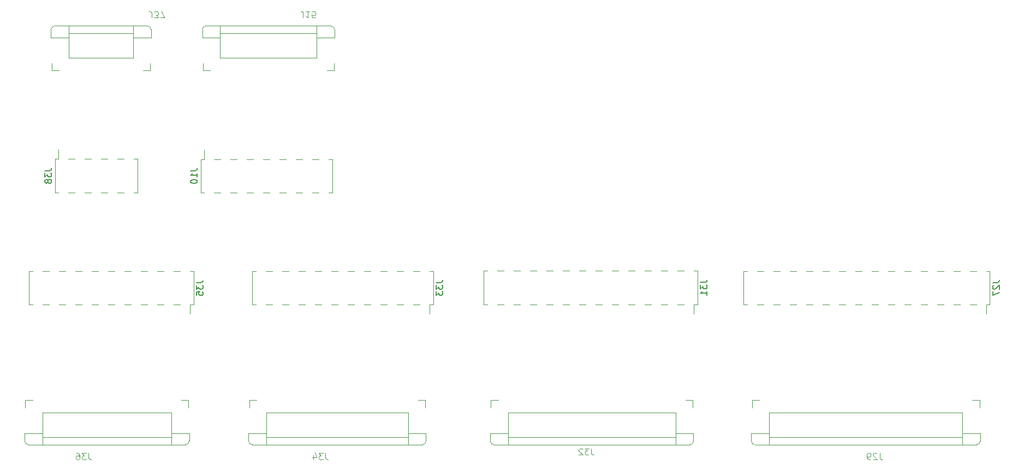
<source format=gbo>
G04 #@! TF.GenerationSoftware,KiCad,Pcbnew,8.0.3*
G04 #@! TF.CreationDate,2025-06-28T13:49:22+03:00*
G04 #@! TF.ProjectId,Camera_Expansion_Board_V2.0,43616d65-7261-45f4-9578-70616e73696f,rev?*
G04 #@! TF.SameCoordinates,Original*
G04 #@! TF.FileFunction,Legend,Bot*
G04 #@! TF.FilePolarity,Positive*
%FSLAX46Y46*%
G04 Gerber Fmt 4.6, Leading zero omitted, Abs format (unit mm)*
G04 Created by KiCad (PCBNEW 8.0.3) date 2025-06-28 13:49:22*
%MOMM*%
%LPD*%
G01*
G04 APERTURE LIST*
%ADD10C,0.100000*%
%ADD11C,0.150000*%
%ADD12C,0.120000*%
%ADD13C,2.500000*%
%ADD14R,1.700000X1.700000*%
%ADD15O,1.700000X1.700000*%
%ADD16R,0.600000X1.800000*%
%ADD17R,2.600000X3.000000*%
%ADD18R,1.000000X3.150000*%
G04 APERTURE END LIST*
D10*
X96794226Y-57911330D02*
X96794226Y-57197045D01*
X96794226Y-57197045D02*
X96746607Y-57054188D01*
X96746607Y-57054188D02*
X96651369Y-56958950D01*
X96651369Y-56958950D02*
X96508512Y-56911330D01*
X96508512Y-56911330D02*
X96413274Y-56911330D01*
X97175179Y-57911330D02*
X97794226Y-57911330D01*
X97794226Y-57911330D02*
X97460893Y-57530378D01*
X97460893Y-57530378D02*
X97603750Y-57530378D01*
X97603750Y-57530378D02*
X97698988Y-57482759D01*
X97698988Y-57482759D02*
X97746607Y-57435140D01*
X97746607Y-57435140D02*
X97794226Y-57339902D01*
X97794226Y-57339902D02*
X97794226Y-57101807D01*
X97794226Y-57101807D02*
X97746607Y-57006569D01*
X97746607Y-57006569D02*
X97698988Y-56958950D01*
X97698988Y-56958950D02*
X97603750Y-56911330D01*
X97603750Y-56911330D02*
X97318036Y-56911330D01*
X97318036Y-56911330D02*
X97222798Y-56958950D01*
X97222798Y-56958950D02*
X97175179Y-57006569D01*
X98127560Y-57911330D02*
X98794226Y-57911330D01*
X98794226Y-57911330D02*
X98365655Y-56911330D01*
D11*
X181918569Y-98976726D02*
X182632854Y-98976726D01*
X182632854Y-98976726D02*
X182775711Y-98929107D01*
X182775711Y-98929107D02*
X182870950Y-98833869D01*
X182870950Y-98833869D02*
X182918569Y-98691012D01*
X182918569Y-98691012D02*
X182918569Y-98595774D01*
X181918569Y-99357679D02*
X181918569Y-99976726D01*
X181918569Y-99976726D02*
X182299521Y-99643393D01*
X182299521Y-99643393D02*
X182299521Y-99786250D01*
X182299521Y-99786250D02*
X182347140Y-99881488D01*
X182347140Y-99881488D02*
X182394759Y-99929107D01*
X182394759Y-99929107D02*
X182489997Y-99976726D01*
X182489997Y-99976726D02*
X182728092Y-99976726D01*
X182728092Y-99976726D02*
X182823330Y-99929107D01*
X182823330Y-99929107D02*
X182870950Y-99881488D01*
X182870950Y-99881488D02*
X182918569Y-99786250D01*
X182918569Y-99786250D02*
X182918569Y-99500536D01*
X182918569Y-99500536D02*
X182870950Y-99405298D01*
X182870950Y-99405298D02*
X182823330Y-99357679D01*
X182918569Y-100929107D02*
X182918569Y-100357679D01*
X182918569Y-100643393D02*
X181918569Y-100643393D01*
X181918569Y-100643393D02*
X182061426Y-100548155D01*
X182061426Y-100548155D02*
X182156664Y-100452917D01*
X182156664Y-100452917D02*
X182204283Y-100357679D01*
D10*
X120264226Y-57911330D02*
X120264226Y-57197045D01*
X120264226Y-57197045D02*
X120216607Y-57054188D01*
X120216607Y-57054188D02*
X120121369Y-56958950D01*
X120121369Y-56958950D02*
X119978512Y-56911330D01*
X119978512Y-56911330D02*
X119883274Y-56911330D01*
X121264226Y-56911330D02*
X120692798Y-56911330D01*
X120978512Y-56911330D02*
X120978512Y-57911330D01*
X120978512Y-57911330D02*
X120883274Y-57768473D01*
X120883274Y-57768473D02*
X120788036Y-57673235D01*
X120788036Y-57673235D02*
X120692798Y-57625616D01*
X122168988Y-57911330D02*
X121692798Y-57911330D01*
X121692798Y-57911330D02*
X121645179Y-57435140D01*
X121645179Y-57435140D02*
X121692798Y-57482759D01*
X121692798Y-57482759D02*
X121788036Y-57530378D01*
X121788036Y-57530378D02*
X122026131Y-57530378D01*
X122026131Y-57530378D02*
X122121369Y-57482759D01*
X122121369Y-57482759D02*
X122168988Y-57435140D01*
X122168988Y-57435140D02*
X122216607Y-57339902D01*
X122216607Y-57339902D02*
X122216607Y-57101807D01*
X122216607Y-57101807D02*
X122168988Y-57006569D01*
X122168988Y-57006569D02*
X122121369Y-56958950D01*
X122121369Y-56958950D02*
X122026131Y-56911330D01*
X122026131Y-56911330D02*
X121788036Y-56911330D01*
X121788036Y-56911330D02*
X121692798Y-56958950D01*
X121692798Y-56958950D02*
X121645179Y-57006569D01*
X87003273Y-125441169D02*
X87003273Y-126155454D01*
X87003273Y-126155454D02*
X87050892Y-126298311D01*
X87050892Y-126298311D02*
X87146130Y-126393550D01*
X87146130Y-126393550D02*
X87288987Y-126441169D01*
X87288987Y-126441169D02*
X87384225Y-126441169D01*
X86622320Y-125441169D02*
X86003273Y-125441169D01*
X86003273Y-125441169D02*
X86336606Y-125822121D01*
X86336606Y-125822121D02*
X86193749Y-125822121D01*
X86193749Y-125822121D02*
X86098511Y-125869740D01*
X86098511Y-125869740D02*
X86050892Y-125917359D01*
X86050892Y-125917359D02*
X86003273Y-126012597D01*
X86003273Y-126012597D02*
X86003273Y-126250692D01*
X86003273Y-126250692D02*
X86050892Y-126345930D01*
X86050892Y-126345930D02*
X86098511Y-126393550D01*
X86098511Y-126393550D02*
X86193749Y-126441169D01*
X86193749Y-126441169D02*
X86479463Y-126441169D01*
X86479463Y-126441169D02*
X86574701Y-126393550D01*
X86574701Y-126393550D02*
X86622320Y-126345930D01*
X85146130Y-125441169D02*
X85336606Y-125441169D01*
X85336606Y-125441169D02*
X85431844Y-125488788D01*
X85431844Y-125488788D02*
X85479463Y-125536407D01*
X85479463Y-125536407D02*
X85574701Y-125679264D01*
X85574701Y-125679264D02*
X85622320Y-125869740D01*
X85622320Y-125869740D02*
X85622320Y-126250692D01*
X85622320Y-126250692D02*
X85574701Y-126345930D01*
X85574701Y-126345930D02*
X85527082Y-126393550D01*
X85527082Y-126393550D02*
X85431844Y-126441169D01*
X85431844Y-126441169D02*
X85241368Y-126441169D01*
X85241368Y-126441169D02*
X85146130Y-126393550D01*
X85146130Y-126393550D02*
X85098511Y-126345930D01*
X85098511Y-126345930D02*
X85050892Y-126250692D01*
X85050892Y-126250692D02*
X85050892Y-126012597D01*
X85050892Y-126012597D02*
X85098511Y-125917359D01*
X85098511Y-125917359D02*
X85146130Y-125869740D01*
X85146130Y-125869740D02*
X85241368Y-125822121D01*
X85241368Y-125822121D02*
X85431844Y-125822121D01*
X85431844Y-125822121D02*
X85527082Y-125869740D01*
X85527082Y-125869740D02*
X85574701Y-125917359D01*
X85574701Y-125917359D02*
X85622320Y-126012597D01*
D11*
X102838569Y-81636726D02*
X103552854Y-81636726D01*
X103552854Y-81636726D02*
X103695711Y-81589107D01*
X103695711Y-81589107D02*
X103790950Y-81493869D01*
X103790950Y-81493869D02*
X103838569Y-81351012D01*
X103838569Y-81351012D02*
X103838569Y-81255774D01*
X103838569Y-82636726D02*
X103838569Y-82065298D01*
X103838569Y-82351012D02*
X102838569Y-82351012D01*
X102838569Y-82351012D02*
X102981426Y-82255774D01*
X102981426Y-82255774D02*
X103076664Y-82160536D01*
X103076664Y-82160536D02*
X103124283Y-82065298D01*
X102838569Y-83255774D02*
X102838569Y-83351012D01*
X102838569Y-83351012D02*
X102886188Y-83446250D01*
X102886188Y-83446250D02*
X102933807Y-83493869D01*
X102933807Y-83493869D02*
X103029045Y-83541488D01*
X103029045Y-83541488D02*
X103219521Y-83589107D01*
X103219521Y-83589107D02*
X103457616Y-83589107D01*
X103457616Y-83589107D02*
X103648092Y-83541488D01*
X103648092Y-83541488D02*
X103743330Y-83493869D01*
X103743330Y-83493869D02*
X103790950Y-83446250D01*
X103790950Y-83446250D02*
X103838569Y-83351012D01*
X103838569Y-83351012D02*
X103838569Y-83255774D01*
X103838569Y-83255774D02*
X103790950Y-83160536D01*
X103790950Y-83160536D02*
X103743330Y-83112917D01*
X103743330Y-83112917D02*
X103648092Y-83065298D01*
X103648092Y-83065298D02*
X103457616Y-83017679D01*
X103457616Y-83017679D02*
X103219521Y-83017679D01*
X103219521Y-83017679D02*
X103029045Y-83065298D01*
X103029045Y-83065298D02*
X102933807Y-83112917D01*
X102933807Y-83112917D02*
X102886188Y-83160536D01*
X102886188Y-83160536D02*
X102838569Y-83255774D01*
D10*
X165002023Y-124721169D02*
X165002023Y-125435454D01*
X165002023Y-125435454D02*
X165049642Y-125578311D01*
X165049642Y-125578311D02*
X165144880Y-125673550D01*
X165144880Y-125673550D02*
X165287737Y-125721169D01*
X165287737Y-125721169D02*
X165382975Y-125721169D01*
X164621070Y-124721169D02*
X164002023Y-124721169D01*
X164002023Y-124721169D02*
X164335356Y-125102121D01*
X164335356Y-125102121D02*
X164192499Y-125102121D01*
X164192499Y-125102121D02*
X164097261Y-125149740D01*
X164097261Y-125149740D02*
X164049642Y-125197359D01*
X164049642Y-125197359D02*
X164002023Y-125292597D01*
X164002023Y-125292597D02*
X164002023Y-125530692D01*
X164002023Y-125530692D02*
X164049642Y-125625930D01*
X164049642Y-125625930D02*
X164097261Y-125673550D01*
X164097261Y-125673550D02*
X164192499Y-125721169D01*
X164192499Y-125721169D02*
X164478213Y-125721169D01*
X164478213Y-125721169D02*
X164573451Y-125673550D01*
X164573451Y-125673550D02*
X164621070Y-125625930D01*
X163621070Y-124816407D02*
X163573451Y-124768788D01*
X163573451Y-124768788D02*
X163478213Y-124721169D01*
X163478213Y-124721169D02*
X163240118Y-124721169D01*
X163240118Y-124721169D02*
X163144880Y-124768788D01*
X163144880Y-124768788D02*
X163097261Y-124816407D01*
X163097261Y-124816407D02*
X163049642Y-124911645D01*
X163049642Y-124911645D02*
X163049642Y-125006883D01*
X163049642Y-125006883D02*
X163097261Y-125149740D01*
X163097261Y-125149740D02*
X163668689Y-125721169D01*
X163668689Y-125721169D02*
X163049642Y-125721169D01*
D11*
X227264819Y-99009226D02*
X227979104Y-99009226D01*
X227979104Y-99009226D02*
X228121961Y-98961607D01*
X228121961Y-98961607D02*
X228217200Y-98866369D01*
X228217200Y-98866369D02*
X228264819Y-98723512D01*
X228264819Y-98723512D02*
X228264819Y-98628274D01*
X227360057Y-99437798D02*
X227312438Y-99485417D01*
X227312438Y-99485417D02*
X227264819Y-99580655D01*
X227264819Y-99580655D02*
X227264819Y-99818750D01*
X227264819Y-99818750D02*
X227312438Y-99913988D01*
X227312438Y-99913988D02*
X227360057Y-99961607D01*
X227360057Y-99961607D02*
X227455295Y-100009226D01*
X227455295Y-100009226D02*
X227550533Y-100009226D01*
X227550533Y-100009226D02*
X227693390Y-99961607D01*
X227693390Y-99961607D02*
X228264819Y-99390179D01*
X228264819Y-99390179D02*
X228264819Y-100009226D01*
X227264819Y-100342560D02*
X227264819Y-101009226D01*
X227264819Y-101009226D02*
X228264819Y-100580655D01*
X140918569Y-99016726D02*
X141632854Y-99016726D01*
X141632854Y-99016726D02*
X141775711Y-98969107D01*
X141775711Y-98969107D02*
X141870950Y-98873869D01*
X141870950Y-98873869D02*
X141918569Y-98731012D01*
X141918569Y-98731012D02*
X141918569Y-98635774D01*
X140918569Y-99397679D02*
X140918569Y-100016726D01*
X140918569Y-100016726D02*
X141299521Y-99683393D01*
X141299521Y-99683393D02*
X141299521Y-99826250D01*
X141299521Y-99826250D02*
X141347140Y-99921488D01*
X141347140Y-99921488D02*
X141394759Y-99969107D01*
X141394759Y-99969107D02*
X141489997Y-100016726D01*
X141489997Y-100016726D02*
X141728092Y-100016726D01*
X141728092Y-100016726D02*
X141823330Y-99969107D01*
X141823330Y-99969107D02*
X141870950Y-99921488D01*
X141870950Y-99921488D02*
X141918569Y-99826250D01*
X141918569Y-99826250D02*
X141918569Y-99540536D01*
X141918569Y-99540536D02*
X141870950Y-99445298D01*
X141870950Y-99445298D02*
X141823330Y-99397679D01*
X140918569Y-100350060D02*
X140918569Y-100969107D01*
X140918569Y-100969107D02*
X141299521Y-100635774D01*
X141299521Y-100635774D02*
X141299521Y-100778631D01*
X141299521Y-100778631D02*
X141347140Y-100873869D01*
X141347140Y-100873869D02*
X141394759Y-100921488D01*
X141394759Y-100921488D02*
X141489997Y-100969107D01*
X141489997Y-100969107D02*
X141728092Y-100969107D01*
X141728092Y-100969107D02*
X141823330Y-100921488D01*
X141823330Y-100921488D02*
X141870950Y-100873869D01*
X141870950Y-100873869D02*
X141918569Y-100778631D01*
X141918569Y-100778631D02*
X141918569Y-100492917D01*
X141918569Y-100492917D02*
X141870950Y-100397679D01*
X141870950Y-100397679D02*
X141823330Y-100350060D01*
X103738569Y-99026726D02*
X104452854Y-99026726D01*
X104452854Y-99026726D02*
X104595711Y-98979107D01*
X104595711Y-98979107D02*
X104690950Y-98883869D01*
X104690950Y-98883869D02*
X104738569Y-98741012D01*
X104738569Y-98741012D02*
X104738569Y-98645774D01*
X103738569Y-99407679D02*
X103738569Y-100026726D01*
X103738569Y-100026726D02*
X104119521Y-99693393D01*
X104119521Y-99693393D02*
X104119521Y-99836250D01*
X104119521Y-99836250D02*
X104167140Y-99931488D01*
X104167140Y-99931488D02*
X104214759Y-99979107D01*
X104214759Y-99979107D02*
X104309997Y-100026726D01*
X104309997Y-100026726D02*
X104548092Y-100026726D01*
X104548092Y-100026726D02*
X104643330Y-99979107D01*
X104643330Y-99979107D02*
X104690950Y-99931488D01*
X104690950Y-99931488D02*
X104738569Y-99836250D01*
X104738569Y-99836250D02*
X104738569Y-99550536D01*
X104738569Y-99550536D02*
X104690950Y-99455298D01*
X104690950Y-99455298D02*
X104643330Y-99407679D01*
X103738569Y-100931488D02*
X103738569Y-100455298D01*
X103738569Y-100455298D02*
X104214759Y-100407679D01*
X104214759Y-100407679D02*
X104167140Y-100455298D01*
X104167140Y-100455298D02*
X104119521Y-100550536D01*
X104119521Y-100550536D02*
X104119521Y-100788631D01*
X104119521Y-100788631D02*
X104167140Y-100883869D01*
X104167140Y-100883869D02*
X104214759Y-100931488D01*
X104214759Y-100931488D02*
X104309997Y-100979107D01*
X104309997Y-100979107D02*
X104548092Y-100979107D01*
X104548092Y-100979107D02*
X104643330Y-100931488D01*
X104643330Y-100931488D02*
X104690950Y-100883869D01*
X104690950Y-100883869D02*
X104738569Y-100788631D01*
X104738569Y-100788631D02*
X104738569Y-100550536D01*
X104738569Y-100550536D02*
X104690950Y-100455298D01*
X104690950Y-100455298D02*
X104643330Y-100407679D01*
X80248569Y-81626726D02*
X80962854Y-81626726D01*
X80962854Y-81626726D02*
X81105711Y-81579107D01*
X81105711Y-81579107D02*
X81200950Y-81483869D01*
X81200950Y-81483869D02*
X81248569Y-81341012D01*
X81248569Y-81341012D02*
X81248569Y-81245774D01*
X80248569Y-82007679D02*
X80248569Y-82626726D01*
X80248569Y-82626726D02*
X80629521Y-82293393D01*
X80629521Y-82293393D02*
X80629521Y-82436250D01*
X80629521Y-82436250D02*
X80677140Y-82531488D01*
X80677140Y-82531488D02*
X80724759Y-82579107D01*
X80724759Y-82579107D02*
X80819997Y-82626726D01*
X80819997Y-82626726D02*
X81058092Y-82626726D01*
X81058092Y-82626726D02*
X81153330Y-82579107D01*
X81153330Y-82579107D02*
X81200950Y-82531488D01*
X81200950Y-82531488D02*
X81248569Y-82436250D01*
X81248569Y-82436250D02*
X81248569Y-82150536D01*
X81248569Y-82150536D02*
X81200950Y-82055298D01*
X81200950Y-82055298D02*
X81153330Y-82007679D01*
X80677140Y-83198155D02*
X80629521Y-83102917D01*
X80629521Y-83102917D02*
X80581902Y-83055298D01*
X80581902Y-83055298D02*
X80486664Y-83007679D01*
X80486664Y-83007679D02*
X80439045Y-83007679D01*
X80439045Y-83007679D02*
X80343807Y-83055298D01*
X80343807Y-83055298D02*
X80296188Y-83102917D01*
X80296188Y-83102917D02*
X80248569Y-83198155D01*
X80248569Y-83198155D02*
X80248569Y-83388631D01*
X80248569Y-83388631D02*
X80296188Y-83483869D01*
X80296188Y-83483869D02*
X80343807Y-83531488D01*
X80343807Y-83531488D02*
X80439045Y-83579107D01*
X80439045Y-83579107D02*
X80486664Y-83579107D01*
X80486664Y-83579107D02*
X80581902Y-83531488D01*
X80581902Y-83531488D02*
X80629521Y-83483869D01*
X80629521Y-83483869D02*
X80677140Y-83388631D01*
X80677140Y-83388631D02*
X80677140Y-83198155D01*
X80677140Y-83198155D02*
X80724759Y-83102917D01*
X80724759Y-83102917D02*
X80772378Y-83055298D01*
X80772378Y-83055298D02*
X80867616Y-83007679D01*
X80867616Y-83007679D02*
X81058092Y-83007679D01*
X81058092Y-83007679D02*
X81153330Y-83055298D01*
X81153330Y-83055298D02*
X81200950Y-83102917D01*
X81200950Y-83102917D02*
X81248569Y-83198155D01*
X81248569Y-83198155D02*
X81248569Y-83388631D01*
X81248569Y-83388631D02*
X81200950Y-83483869D01*
X81200950Y-83483869D02*
X81153330Y-83531488D01*
X81153330Y-83531488D02*
X81058092Y-83579107D01*
X81058092Y-83579107D02*
X80867616Y-83579107D01*
X80867616Y-83579107D02*
X80772378Y-83531488D01*
X80772378Y-83531488D02*
X80724759Y-83483869D01*
X80724759Y-83483869D02*
X80677140Y-83388631D01*
D10*
X123733273Y-125441169D02*
X123733273Y-126155454D01*
X123733273Y-126155454D02*
X123780892Y-126298311D01*
X123780892Y-126298311D02*
X123876130Y-126393550D01*
X123876130Y-126393550D02*
X124018987Y-126441169D01*
X124018987Y-126441169D02*
X124114225Y-126441169D01*
X123352320Y-125441169D02*
X122733273Y-125441169D01*
X122733273Y-125441169D02*
X123066606Y-125822121D01*
X123066606Y-125822121D02*
X122923749Y-125822121D01*
X122923749Y-125822121D02*
X122828511Y-125869740D01*
X122828511Y-125869740D02*
X122780892Y-125917359D01*
X122780892Y-125917359D02*
X122733273Y-126012597D01*
X122733273Y-126012597D02*
X122733273Y-126250692D01*
X122733273Y-126250692D02*
X122780892Y-126345930D01*
X122780892Y-126345930D02*
X122828511Y-126393550D01*
X122828511Y-126393550D02*
X122923749Y-126441169D01*
X122923749Y-126441169D02*
X123209463Y-126441169D01*
X123209463Y-126441169D02*
X123304701Y-126393550D01*
X123304701Y-126393550D02*
X123352320Y-126345930D01*
X121876130Y-125774502D02*
X121876130Y-126441169D01*
X122114225Y-125393550D02*
X122352320Y-126107835D01*
X122352320Y-126107835D02*
X121733273Y-126107835D01*
X209709523Y-125441169D02*
X209709523Y-126155454D01*
X209709523Y-126155454D02*
X209757142Y-126298311D01*
X209757142Y-126298311D02*
X209852380Y-126393550D01*
X209852380Y-126393550D02*
X209995237Y-126441169D01*
X209995237Y-126441169D02*
X210090475Y-126441169D01*
X209280951Y-125536407D02*
X209233332Y-125488788D01*
X209233332Y-125488788D02*
X209138094Y-125441169D01*
X209138094Y-125441169D02*
X208899999Y-125441169D01*
X208899999Y-125441169D02*
X208804761Y-125488788D01*
X208804761Y-125488788D02*
X208757142Y-125536407D01*
X208757142Y-125536407D02*
X208709523Y-125631645D01*
X208709523Y-125631645D02*
X208709523Y-125726883D01*
X208709523Y-125726883D02*
X208757142Y-125869740D01*
X208757142Y-125869740D02*
X209328570Y-126441169D01*
X209328570Y-126441169D02*
X208709523Y-126441169D01*
X208233332Y-126441169D02*
X208042856Y-126441169D01*
X208042856Y-126441169D02*
X207947618Y-126393550D01*
X207947618Y-126393550D02*
X207899999Y-126345930D01*
X207899999Y-126345930D02*
X207804761Y-126203073D01*
X207804761Y-126203073D02*
X207757142Y-126012597D01*
X207757142Y-126012597D02*
X207757142Y-125631645D01*
X207757142Y-125631645D02*
X207804761Y-125536407D01*
X207804761Y-125536407D02*
X207852380Y-125488788D01*
X207852380Y-125488788D02*
X207947618Y-125441169D01*
X207947618Y-125441169D02*
X208138094Y-125441169D01*
X208138094Y-125441169D02*
X208233332Y-125488788D01*
X208233332Y-125488788D02*
X208280951Y-125536407D01*
X208280951Y-125536407D02*
X208328570Y-125631645D01*
X208328570Y-125631645D02*
X208328570Y-125869740D01*
X208328570Y-125869740D02*
X208280951Y-125964978D01*
X208280951Y-125964978D02*
X208233332Y-126012597D01*
X208233332Y-126012597D02*
X208138094Y-126060216D01*
X208138094Y-126060216D02*
X207947618Y-126060216D01*
X207947618Y-126060216D02*
X207852380Y-126012597D01*
X207852380Y-126012597D02*
X207804761Y-125964978D01*
X207804761Y-125964978D02*
X207757142Y-125869740D01*
X81182669Y-61001545D02*
X81182669Y-59791545D01*
X81293750Y-64948750D02*
X81293750Y-66108750D01*
X82403750Y-66108750D02*
X81293750Y-66108750D01*
X83893750Y-60998750D02*
X81193750Y-60998750D01*
X83953750Y-59188750D02*
X83953750Y-60998750D01*
X83953750Y-60353750D02*
X93933750Y-60353750D01*
X83953750Y-60998750D02*
X83893750Y-60998750D01*
X83953750Y-64148750D02*
X83953750Y-60998750D01*
X93933750Y-59178750D02*
X93933750Y-61018750D01*
X93933750Y-64148750D02*
X83953750Y-64148750D01*
X93933750Y-64148750D02*
X93933750Y-60998750D01*
X95483750Y-66108750D02*
X96593750Y-66108750D01*
X96093750Y-59178750D02*
X81763750Y-59178750D01*
X96593750Y-64948750D02*
X96593750Y-66108750D01*
X96683750Y-60998750D02*
X93933750Y-60998750D01*
X96696545Y-59759831D02*
X96696545Y-60998750D01*
X81182669Y-59791545D02*
G75*
G02*
X81763750Y-59178750I595998J16748D01*
G01*
X96083750Y-59178750D02*
G75*
G02*
X96696503Y-59759832I16800J-595900D01*
G01*
D12*
X148323750Y-97186250D02*
X148323750Y-102386250D01*
X148323750Y-97186250D02*
X148893750Y-97186250D01*
X148323750Y-102386250D02*
X148893750Y-102386250D01*
X150413750Y-97186250D02*
X151433750Y-97186250D01*
X150413750Y-102386250D02*
X151433750Y-102386250D01*
X152953750Y-97186250D02*
X153973750Y-97186250D01*
X152953750Y-102386250D02*
X153973750Y-102386250D01*
X155493750Y-97186250D02*
X156513750Y-97186250D01*
X155493750Y-102386250D02*
X156513750Y-102386250D01*
X158033750Y-97186250D02*
X159053750Y-97186250D01*
X158033750Y-102386250D02*
X159053750Y-102386250D01*
X160573750Y-97186250D02*
X161593750Y-97186250D01*
X160573750Y-102386250D02*
X161593750Y-102386250D01*
X163113750Y-97186250D02*
X164133750Y-97186250D01*
X163113750Y-102386250D02*
X164133750Y-102386250D01*
X165653750Y-97186250D02*
X166673750Y-97186250D01*
X165653750Y-102386250D02*
X166673750Y-102386250D01*
X168193750Y-97186250D02*
X169213750Y-97186250D01*
X168193750Y-102386250D02*
X169213750Y-102386250D01*
X170733750Y-97186250D02*
X171753750Y-97186250D01*
X170733750Y-102386250D02*
X171753750Y-102386250D01*
X173273750Y-97186250D02*
X174293750Y-97186250D01*
X173273750Y-102386250D02*
X174293750Y-102386250D01*
X175813750Y-97186250D02*
X176833750Y-97186250D01*
X175813750Y-102386250D02*
X176833750Y-102386250D01*
X178353750Y-97186250D02*
X179373750Y-97186250D01*
X178353750Y-102386250D02*
X179373750Y-102386250D01*
X180893750Y-97186250D02*
X181463750Y-97186250D01*
X180893750Y-102386250D02*
X180893750Y-103826250D01*
X180893750Y-102386250D02*
X181463750Y-102386250D01*
X181463750Y-97186250D02*
X181463750Y-102386250D01*
D10*
X104652669Y-61001545D02*
X104652669Y-59791545D01*
X104763750Y-64948750D02*
X104763750Y-66108750D01*
X105873750Y-66108750D02*
X104763750Y-66108750D01*
X107363750Y-60998750D02*
X104663750Y-60998750D01*
X107423750Y-59188750D02*
X107423750Y-60998750D01*
X107423750Y-60353750D02*
X122393750Y-60353750D01*
X107423750Y-60998750D02*
X107363750Y-60998750D01*
X107423750Y-64148750D02*
X107423750Y-60998750D01*
X122403750Y-59178750D02*
X122403750Y-61018750D01*
X122403750Y-64148750D02*
X107423750Y-64148750D01*
X122403750Y-64148750D02*
X122403750Y-60998750D01*
X123953750Y-66108750D02*
X125063750Y-66108750D01*
X124583750Y-59178750D02*
X105233750Y-59178750D01*
X125063750Y-64948750D02*
X125063750Y-66108750D01*
X125153750Y-60998750D02*
X122403750Y-60998750D01*
X125166545Y-59759831D02*
X125166545Y-60998750D01*
X104652669Y-59791545D02*
G75*
G02*
X105233750Y-59178750I595998J16748D01*
G01*
X124553750Y-59178750D02*
G75*
G02*
X125166600Y-59759830I16800J-596000D01*
G01*
X77100955Y-123592669D02*
X77100955Y-122353750D01*
X77113750Y-122353750D02*
X79863750Y-122353750D01*
X77203750Y-118403750D02*
X77203750Y-117243750D01*
X77713750Y-124173750D02*
X102033750Y-124173750D01*
X78313750Y-117243750D02*
X77203750Y-117243750D01*
X79863750Y-119203750D02*
X79863750Y-122353750D01*
X79863750Y-119203750D02*
X99843750Y-119203750D01*
X79863750Y-124173750D02*
X79863750Y-122333750D01*
X99843750Y-119203750D02*
X99843750Y-122353750D01*
X99843750Y-122353750D02*
X99903750Y-122353750D01*
X99843750Y-122998750D02*
X79863750Y-122998750D01*
X99843750Y-124163750D02*
X99843750Y-122353750D01*
X99903750Y-122353750D02*
X102603750Y-122353750D01*
X101393750Y-117243750D02*
X102503750Y-117243750D01*
X102503750Y-118403750D02*
X102503750Y-117243750D01*
X102614831Y-122350955D02*
X102614831Y-123560955D01*
X77713750Y-124173750D02*
G75*
G02*
X77101003Y-123592668I-16700J596000D01*
G01*
X102614831Y-123560955D02*
G75*
G02*
X102033750Y-124173750I-595998J-16748D01*
G01*
D12*
X104383750Y-85046250D02*
X104383750Y-79846250D01*
X104953750Y-79846250D02*
X104383750Y-79846250D01*
X104953750Y-79846250D02*
X104953750Y-78406250D01*
X104953750Y-85046250D02*
X104383750Y-85046250D01*
X107493750Y-79846250D02*
X106473750Y-79846250D01*
X107493750Y-85046250D02*
X106473750Y-85046250D01*
X110033750Y-79846250D02*
X109013750Y-79846250D01*
X110033750Y-85046250D02*
X109013750Y-85046250D01*
X112573750Y-79846250D02*
X111553750Y-79846250D01*
X112573750Y-85046250D02*
X111553750Y-85046250D01*
X115113750Y-79846250D02*
X114093750Y-79846250D01*
X115113750Y-85046250D02*
X114093750Y-85046250D01*
X117653750Y-79846250D02*
X116633750Y-79846250D01*
X117653750Y-85046250D02*
X116633750Y-85046250D01*
X120193750Y-79846250D02*
X119173750Y-79846250D01*
X120193750Y-85046250D02*
X119173750Y-85046250D01*
X122733750Y-79846250D02*
X121713750Y-79846250D01*
X122733750Y-85046250D02*
X121713750Y-85046250D01*
X124823750Y-79846250D02*
X124253750Y-79846250D01*
X124823750Y-85046250D02*
X124253750Y-85046250D01*
X124823750Y-85046250D02*
X124823750Y-79846250D01*
D10*
X149319705Y-123592669D02*
X149319705Y-122353750D01*
X149332500Y-122353750D02*
X152082500Y-122353750D01*
X149422500Y-118403750D02*
X149422500Y-117243750D01*
X149912500Y-124173750D02*
X180252500Y-124173750D01*
X150532500Y-117243750D02*
X149422500Y-117243750D01*
X152082500Y-119203750D02*
X152082500Y-122353750D01*
X152082500Y-119203750D02*
X178062500Y-119203750D01*
X152082500Y-124173750D02*
X152082500Y-122333750D01*
X178062500Y-119203750D02*
X178062500Y-122353750D01*
X178062500Y-122353750D02*
X178122500Y-122353750D01*
X178062500Y-122998750D02*
X152082500Y-122998750D01*
X178062500Y-124163750D02*
X178062500Y-122353750D01*
X178122500Y-122353750D02*
X180822500Y-122353750D01*
X179612500Y-117243750D02*
X180722500Y-117243750D01*
X180722500Y-118403750D02*
X180722500Y-117243750D01*
X180833581Y-122350955D02*
X180833581Y-123560955D01*
X149932500Y-124173750D02*
G75*
G02*
X149319650Y-123592670I-16800J596000D01*
G01*
X180833581Y-123560955D02*
G75*
G02*
X180252500Y-124173750I-595998J-16748D01*
G01*
D12*
X188590000Y-97218750D02*
X188590000Y-102418750D01*
X188590000Y-97218750D02*
X189160000Y-97218750D01*
X188590000Y-102418750D02*
X189160000Y-102418750D01*
X190680000Y-97218750D02*
X191700000Y-97218750D01*
X190680000Y-102418750D02*
X191700000Y-102418750D01*
X193220000Y-97218750D02*
X194240000Y-97218750D01*
X193220000Y-102418750D02*
X194240000Y-102418750D01*
X195760000Y-97218750D02*
X196780000Y-97218750D01*
X195760000Y-102418750D02*
X196780000Y-102418750D01*
X198300000Y-97218750D02*
X199320000Y-97218750D01*
X198300000Y-102418750D02*
X199320000Y-102418750D01*
X200840000Y-97218750D02*
X201860000Y-97218750D01*
X200840000Y-102418750D02*
X201860000Y-102418750D01*
X203380000Y-97218750D02*
X204400000Y-97218750D01*
X203380000Y-102418750D02*
X204400000Y-102418750D01*
X205920000Y-97218750D02*
X206940000Y-97218750D01*
X205920000Y-102418750D02*
X206940000Y-102418750D01*
X208460000Y-97218750D02*
X209480000Y-97218750D01*
X208460000Y-102418750D02*
X209480000Y-102418750D01*
X211000000Y-97218750D02*
X212020000Y-97218750D01*
X211000000Y-102418750D02*
X212020000Y-102418750D01*
X213540000Y-97218750D02*
X214560000Y-97218750D01*
X213540000Y-102418750D02*
X214560000Y-102418750D01*
X216080000Y-97218750D02*
X217100000Y-97218750D01*
X216080000Y-102418750D02*
X217100000Y-102418750D01*
X218620000Y-97218750D02*
X219640000Y-97218750D01*
X218620000Y-102418750D02*
X219640000Y-102418750D01*
X221160000Y-97218750D02*
X222180000Y-97218750D01*
X221160000Y-102418750D02*
X222180000Y-102418750D01*
X223700000Y-97218750D02*
X224720000Y-97218750D01*
X223700000Y-102418750D02*
X224720000Y-102418750D01*
X226240000Y-97218750D02*
X226810000Y-97218750D01*
X226240000Y-102418750D02*
X226240000Y-103858750D01*
X226240000Y-102418750D02*
X226810000Y-102418750D01*
X226810000Y-97218750D02*
X226810000Y-102418750D01*
X112403750Y-97226250D02*
X112403750Y-102426250D01*
X112403750Y-97226250D02*
X112973750Y-97226250D01*
X112403750Y-102426250D02*
X112973750Y-102426250D01*
X114493750Y-97226250D02*
X115513750Y-97226250D01*
X114493750Y-102426250D02*
X115513750Y-102426250D01*
X117033750Y-97226250D02*
X118053750Y-97226250D01*
X117033750Y-102426250D02*
X118053750Y-102426250D01*
X119573750Y-97226250D02*
X120593750Y-97226250D01*
X119573750Y-102426250D02*
X120593750Y-102426250D01*
X122113750Y-97226250D02*
X123133750Y-97226250D01*
X122113750Y-102426250D02*
X123133750Y-102426250D01*
X124653750Y-97226250D02*
X125673750Y-97226250D01*
X124653750Y-102426250D02*
X125673750Y-102426250D01*
X127193750Y-97226250D02*
X128213750Y-97226250D01*
X127193750Y-102426250D02*
X128213750Y-102426250D01*
X129733750Y-97226250D02*
X130753750Y-97226250D01*
X129733750Y-102426250D02*
X130753750Y-102426250D01*
X132273750Y-97226250D02*
X133293750Y-97226250D01*
X132273750Y-102426250D02*
X133293750Y-102426250D01*
X134813750Y-97226250D02*
X135833750Y-97226250D01*
X134813750Y-102426250D02*
X135833750Y-102426250D01*
X137353750Y-97226250D02*
X138373750Y-97226250D01*
X137353750Y-102426250D02*
X138373750Y-102426250D01*
X139893750Y-97226250D02*
X140463750Y-97226250D01*
X139893750Y-102426250D02*
X139893750Y-103866250D01*
X139893750Y-102426250D02*
X140463750Y-102426250D01*
X140463750Y-97226250D02*
X140463750Y-102426250D01*
X77763750Y-97236250D02*
X77763750Y-102436250D01*
X77763750Y-97236250D02*
X78333750Y-97236250D01*
X77763750Y-102436250D02*
X78333750Y-102436250D01*
X79853750Y-97236250D02*
X80873750Y-97236250D01*
X79853750Y-102436250D02*
X80873750Y-102436250D01*
X82393750Y-97236250D02*
X83413750Y-97236250D01*
X82393750Y-102436250D02*
X83413750Y-102436250D01*
X84933750Y-97236250D02*
X85953750Y-97236250D01*
X84933750Y-102436250D02*
X85953750Y-102436250D01*
X87473750Y-97236250D02*
X88493750Y-97236250D01*
X87473750Y-102436250D02*
X88493750Y-102436250D01*
X90013750Y-97236250D02*
X91033750Y-97236250D01*
X90013750Y-102436250D02*
X91033750Y-102436250D01*
X92553750Y-97236250D02*
X93573750Y-97236250D01*
X92553750Y-102436250D02*
X93573750Y-102436250D01*
X95093750Y-97236250D02*
X96113750Y-97236250D01*
X95093750Y-102436250D02*
X96113750Y-102436250D01*
X97633750Y-97236250D02*
X98653750Y-97236250D01*
X97633750Y-102436250D02*
X98653750Y-102436250D01*
X100173750Y-97236250D02*
X101193750Y-97236250D01*
X100173750Y-102436250D02*
X101193750Y-102436250D01*
X102713750Y-97236250D02*
X103283750Y-97236250D01*
X102713750Y-102436250D02*
X102713750Y-103876250D01*
X102713750Y-102436250D02*
X103283750Y-102436250D01*
X103283750Y-97236250D02*
X103283750Y-102436250D01*
X81793750Y-85036250D02*
X81793750Y-79836250D01*
X82363750Y-79836250D02*
X81793750Y-79836250D01*
X82363750Y-79836250D02*
X82363750Y-78396250D01*
X82363750Y-85036250D02*
X81793750Y-85036250D01*
X84903750Y-79836250D02*
X83883750Y-79836250D01*
X84903750Y-85036250D02*
X83883750Y-85036250D01*
X87443750Y-79836250D02*
X86423750Y-79836250D01*
X87443750Y-85036250D02*
X86423750Y-85036250D01*
X89983750Y-79836250D02*
X88963750Y-79836250D01*
X89983750Y-85036250D02*
X88963750Y-85036250D01*
X92523750Y-79836250D02*
X91503750Y-79836250D01*
X92523750Y-85036250D02*
X91503750Y-85036250D01*
X94613750Y-79836250D02*
X94043750Y-79836250D01*
X94613750Y-85036250D02*
X94043750Y-85036250D01*
X94613750Y-85036250D02*
X94613750Y-79836250D01*
D10*
X111830955Y-123592669D02*
X111830955Y-122353750D01*
X111843750Y-122353750D02*
X114593750Y-122353750D01*
X111933750Y-118403750D02*
X111933750Y-117243750D01*
X112423750Y-124173750D02*
X138763750Y-124173750D01*
X113043750Y-117243750D02*
X111933750Y-117243750D01*
X114593750Y-119203750D02*
X114593750Y-122353750D01*
X114593750Y-119203750D02*
X136573750Y-119203750D01*
X114593750Y-124173750D02*
X114593750Y-122333750D01*
X136573750Y-119203750D02*
X136573750Y-122353750D01*
X136573750Y-122353750D02*
X136633750Y-122353750D01*
X136573750Y-122998750D02*
X114603750Y-122998750D01*
X136573750Y-124163750D02*
X136573750Y-122353750D01*
X136633750Y-122353750D02*
X139333750Y-122353750D01*
X138123750Y-117243750D02*
X139233750Y-117243750D01*
X139233750Y-118403750D02*
X139233750Y-117243750D01*
X139344831Y-122350955D02*
X139344831Y-123560955D01*
X112443750Y-124173750D02*
G75*
G02*
X111830900Y-123592670I-16800J596000D01*
G01*
X139344831Y-123560955D02*
G75*
G02*
X138763750Y-124173750I-595998J-16748D01*
G01*
X189807205Y-123592669D02*
X189807205Y-122353750D01*
X189820000Y-122353750D02*
X192570000Y-122353750D01*
X189910000Y-118403750D02*
X189910000Y-117243750D01*
X190410000Y-124173750D02*
X224740000Y-124173750D01*
X191020000Y-117243750D02*
X189910000Y-117243750D01*
X192570000Y-119203750D02*
X192570000Y-122353750D01*
X192570000Y-119203750D02*
X222550000Y-119203750D01*
X192570000Y-124173750D02*
X192570000Y-122333750D01*
X222550000Y-119203750D02*
X222550000Y-122353750D01*
X222550000Y-122353750D02*
X222610000Y-122353750D01*
X222550000Y-122998750D02*
X192570000Y-122998750D01*
X222550000Y-124163750D02*
X222550000Y-122353750D01*
X222610000Y-122353750D02*
X225310000Y-122353750D01*
X224100000Y-117243750D02*
X225210000Y-117243750D01*
X225210000Y-118403750D02*
X225210000Y-117243750D01*
X225321081Y-122350955D02*
X225321081Y-123560955D01*
X190420000Y-124173750D02*
G75*
G02*
X189807200Y-123592669I-16780J595970D01*
G01*
X225321081Y-123560955D02*
G75*
G02*
X224740000Y-124173750I-595998J-16748D01*
G01*
%LPC*%
D13*
X39308750Y-59001250D03*
X35498750Y-59001250D03*
D14*
X237338750Y-108503750D03*
D15*
X234798750Y-108503750D03*
X237338750Y-105963750D03*
X234798750Y-105963750D03*
X237338750Y-103423750D03*
X234798750Y-103423750D03*
X237338750Y-100883750D03*
X234798750Y-100883750D03*
X237338750Y-98343750D03*
X234798750Y-98343750D03*
X237338750Y-95803750D03*
X234798750Y-95803750D03*
X237338750Y-93263750D03*
X234798750Y-93263750D03*
X237338750Y-90723750D03*
X234798750Y-90723750D03*
X237338750Y-88183750D03*
X234798750Y-88183750D03*
X237338750Y-85643750D03*
X234798750Y-85643750D03*
X237338750Y-83103750D03*
X234798750Y-83103750D03*
X237338750Y-80563750D03*
X234798750Y-80563750D03*
X237338750Y-78023750D03*
X234798750Y-78023750D03*
X237338750Y-75483750D03*
X234798750Y-75483750D03*
X237338750Y-72943750D03*
X234798750Y-72943750D03*
D14*
X40046250Y-81738750D03*
D15*
X40046250Y-84278750D03*
X40046250Y-86818750D03*
X40046250Y-89358750D03*
X40046250Y-91898750D03*
X40046250Y-94438750D03*
X40046250Y-96978750D03*
X40046250Y-99518750D03*
X40046250Y-102058750D03*
X40046250Y-104598750D03*
D16*
X84443750Y-65148750D03*
X85443750Y-65148750D03*
X86443750Y-65148750D03*
X87443750Y-65148750D03*
X88443750Y-65148750D03*
X89443750Y-65148750D03*
X90443750Y-65148750D03*
X91443750Y-65148750D03*
X92443750Y-65148750D03*
X93443750Y-65148750D03*
D17*
X82093750Y-62978750D03*
X95793750Y-62978750D03*
D18*
X180133750Y-102311250D03*
X180133750Y-97261250D03*
X177593750Y-102311250D03*
X177593750Y-97261250D03*
X175053750Y-102311250D03*
X175053750Y-97261250D03*
X172513750Y-102311250D03*
X172513750Y-97261250D03*
X169973750Y-102311250D03*
X169973750Y-97261250D03*
X167433750Y-102311250D03*
X167433750Y-97261250D03*
X164893750Y-102311250D03*
X164893750Y-97261250D03*
X162353750Y-102311250D03*
X162353750Y-97261250D03*
X159813750Y-102311250D03*
X159813750Y-97261250D03*
X157273750Y-102311250D03*
X157273750Y-97261250D03*
X154733750Y-102311250D03*
X154733750Y-97261250D03*
X152193750Y-102311250D03*
X152193750Y-97261250D03*
X149653750Y-102311250D03*
X149653750Y-97261250D03*
D16*
X107913750Y-65148750D03*
X108913750Y-65148750D03*
X109913750Y-65148750D03*
X110913750Y-65148750D03*
X111913750Y-65148750D03*
X112913750Y-65148750D03*
X113913750Y-65148750D03*
X114913750Y-65148750D03*
X115913750Y-65148750D03*
X116913750Y-65148750D03*
X117913750Y-65148750D03*
X118913750Y-65148750D03*
X119913750Y-65148750D03*
X120913750Y-65148750D03*
X121913750Y-65148750D03*
D17*
X105563750Y-62978750D03*
X124263750Y-62978750D03*
D16*
X99353750Y-118203750D03*
X98353750Y-118203750D03*
X97353750Y-118203750D03*
X96353750Y-118203750D03*
X95353750Y-118203750D03*
X94353750Y-118203750D03*
X93353750Y-118203750D03*
X92353750Y-118203750D03*
X91353750Y-118203750D03*
X90353750Y-118203750D03*
X89353750Y-118203750D03*
X88353750Y-118203750D03*
X87353750Y-118203750D03*
X86353750Y-118203750D03*
X85353750Y-118203750D03*
X84353750Y-118203750D03*
X83353750Y-118203750D03*
X82353750Y-118203750D03*
X81353750Y-118203750D03*
X80353750Y-118203750D03*
D17*
X101703750Y-120373750D03*
X78003750Y-120373750D03*
D18*
X105713750Y-79921250D03*
X105713750Y-84971250D03*
X108253750Y-79921250D03*
X108253750Y-84971250D03*
X110793750Y-79921250D03*
X110793750Y-84971250D03*
X113333750Y-79921250D03*
X113333750Y-84971250D03*
X115873750Y-79921250D03*
X115873750Y-84971250D03*
X118413750Y-79921250D03*
X118413750Y-84971250D03*
X120953750Y-79921250D03*
X120953750Y-84971250D03*
X123493750Y-79921250D03*
X123493750Y-84971250D03*
D16*
X177572500Y-118203750D03*
X176572500Y-118203750D03*
X175572500Y-118203750D03*
X174572500Y-118203750D03*
X173572500Y-118203750D03*
X172572500Y-118203750D03*
X171572500Y-118203750D03*
X170572500Y-118203750D03*
X169572500Y-118203750D03*
X168572500Y-118203750D03*
X167572500Y-118203750D03*
X166572500Y-118203750D03*
X165572500Y-118203750D03*
X164572500Y-118203750D03*
X163572500Y-118203750D03*
X162572500Y-118203750D03*
X161572500Y-118203750D03*
X160572500Y-118203750D03*
X159572500Y-118203750D03*
X158572500Y-118203750D03*
X157572500Y-118203750D03*
X156572500Y-118203750D03*
X155572500Y-118203750D03*
X154572500Y-118203750D03*
X153572500Y-118203750D03*
X152572500Y-118203750D03*
D17*
X179922500Y-120373750D03*
X150222500Y-120373750D03*
D18*
X225480000Y-102343750D03*
X225480000Y-97293750D03*
X222940000Y-102343750D03*
X222940000Y-97293750D03*
X220400000Y-102343750D03*
X220400000Y-97293750D03*
X217860000Y-102343750D03*
X217860000Y-97293750D03*
X215320000Y-102343750D03*
X215320000Y-97293750D03*
X212780000Y-102343750D03*
X212780000Y-97293750D03*
X210240000Y-102343750D03*
X210240000Y-97293750D03*
X207700000Y-102343750D03*
X207700000Y-97293750D03*
X205160000Y-102343750D03*
X205160000Y-97293750D03*
X202620000Y-102343750D03*
X202620000Y-97293750D03*
X200080000Y-102343750D03*
X200080000Y-97293750D03*
X197540000Y-102343750D03*
X197540000Y-97293750D03*
X195000000Y-102343750D03*
X195000000Y-97293750D03*
X192460000Y-102343750D03*
X192460000Y-97293750D03*
X189920000Y-102343750D03*
X189920000Y-97293750D03*
X139133750Y-102351250D03*
X139133750Y-97301250D03*
X136593750Y-102351250D03*
X136593750Y-97301250D03*
X134053750Y-102351250D03*
X134053750Y-97301250D03*
X131513750Y-102351250D03*
X131513750Y-97301250D03*
X128973750Y-102351250D03*
X128973750Y-97301250D03*
X126433750Y-102351250D03*
X126433750Y-97301250D03*
X123893750Y-102351250D03*
X123893750Y-97301250D03*
X121353750Y-102351250D03*
X121353750Y-97301250D03*
X118813750Y-102351250D03*
X118813750Y-97301250D03*
X116273750Y-102351250D03*
X116273750Y-97301250D03*
X113733750Y-102351250D03*
X113733750Y-97301250D03*
X101953750Y-102361250D03*
X101953750Y-97311250D03*
X99413750Y-102361250D03*
X99413750Y-97311250D03*
X96873750Y-102361250D03*
X96873750Y-97311250D03*
X94333750Y-102361250D03*
X94333750Y-97311250D03*
X91793750Y-102361250D03*
X91793750Y-97311250D03*
X89253750Y-102361250D03*
X89253750Y-97311250D03*
X86713750Y-102361250D03*
X86713750Y-97311250D03*
X84173750Y-102361250D03*
X84173750Y-97311250D03*
X81633750Y-102361250D03*
X81633750Y-97311250D03*
X79093750Y-102361250D03*
X79093750Y-97311250D03*
X83123750Y-79911250D03*
X83123750Y-84961250D03*
X85663750Y-79911250D03*
X85663750Y-84961250D03*
X88203750Y-79911250D03*
X88203750Y-84961250D03*
X90743750Y-79911250D03*
X90743750Y-84961250D03*
X93283750Y-79911250D03*
X93283750Y-84961250D03*
D16*
X136083750Y-118203750D03*
X135083750Y-118203750D03*
X134083750Y-118203750D03*
X133083750Y-118203750D03*
X132083750Y-118203750D03*
X131083750Y-118203750D03*
X130083750Y-118203750D03*
X129083750Y-118203750D03*
X128083750Y-118203750D03*
X127083750Y-118203750D03*
X126083750Y-118203750D03*
X125083750Y-118203750D03*
X124083750Y-118203750D03*
X123083750Y-118203750D03*
X122083750Y-118203750D03*
X121083750Y-118203750D03*
X120083750Y-118203750D03*
X119083750Y-118203750D03*
X118083750Y-118203750D03*
X117083750Y-118203750D03*
X116083750Y-118203750D03*
X115083750Y-118203750D03*
D17*
X138433750Y-120373750D03*
X112733750Y-120373750D03*
D16*
X222060000Y-118203750D03*
X221060000Y-118203750D03*
X220060000Y-118203750D03*
X219060000Y-118203750D03*
X218060000Y-118203750D03*
X217060000Y-118203750D03*
X216060000Y-118203750D03*
X215060000Y-118203750D03*
X214060000Y-118203750D03*
X213060000Y-118203750D03*
X212060000Y-118203750D03*
X211060000Y-118203750D03*
X210060000Y-118203750D03*
X209060000Y-118203750D03*
X208060000Y-118203750D03*
X207060000Y-118203750D03*
X206060000Y-118203750D03*
X205060000Y-118203750D03*
X204060000Y-118203750D03*
X203060000Y-118203750D03*
X202060000Y-118203750D03*
X201060000Y-118203750D03*
X200060000Y-118203750D03*
X199060000Y-118203750D03*
X198060000Y-118203750D03*
X197060000Y-118203750D03*
X196060000Y-118203750D03*
X195060000Y-118203750D03*
X194060000Y-118203750D03*
X193060000Y-118203750D03*
D17*
X224410000Y-120373750D03*
X190710000Y-120373750D03*
%LPD*%
M02*

</source>
